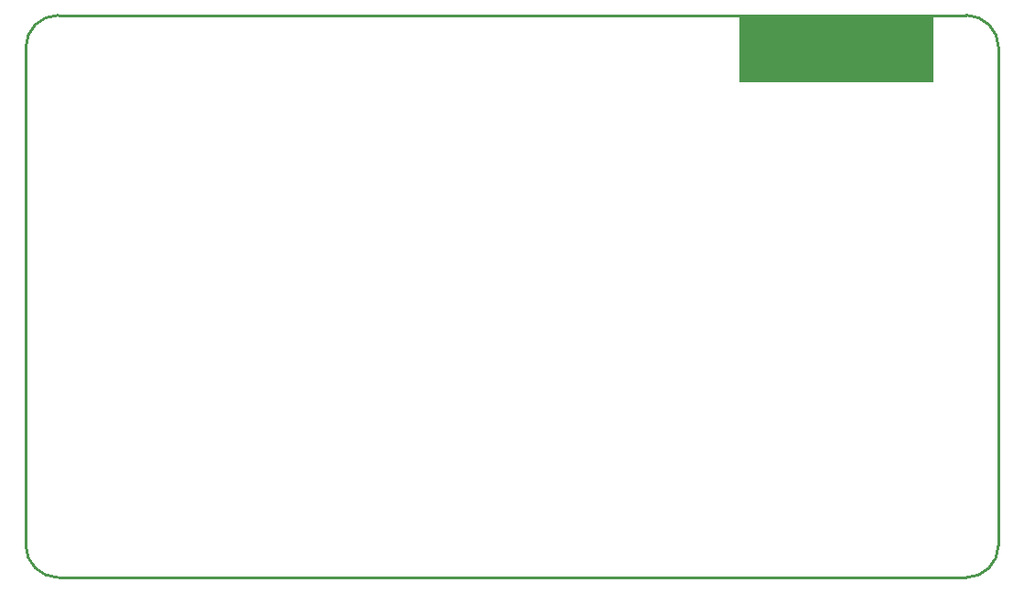
<source format=gko>
G04*
G04 #@! TF.GenerationSoftware,Altium Limited,Altium Designer,23.9.2 (47)*
G04*
G04 Layer_Color=16711935*
%FSLAX44Y44*%
%MOMM*%
G71*
G04*
G04 #@! TF.SameCoordinates,62824387-D865-4AF8-97CC-6DA101F7C082*
G04*
G04*
G04 #@! TF.FilePolarity,Positive*
G04*
G01*
G75*
%ADD14C,0.2540*%
G36*
X-60000Y459024D02*
X-240000D01*
Y520924D01*
X-60000D01*
Y459024D01*
D02*
G37*
D14*
X0Y491044D02*
G03*
X-30000Y521044I-30000J0D01*
G01*
Y0D02*
G03*
X0Y30000I0J30000D01*
G01*
X-870000Y521044D02*
G03*
X-900000Y491044I0J-30000D01*
G01*
Y30000D02*
G03*
X-870000Y0I30000J0D01*
G01*
X-30000D01*
X-870000Y521044D02*
X-30000D01*
X0Y30000D02*
Y491044D01*
X-900000Y30000D02*
Y491044D01*
M02*

</source>
